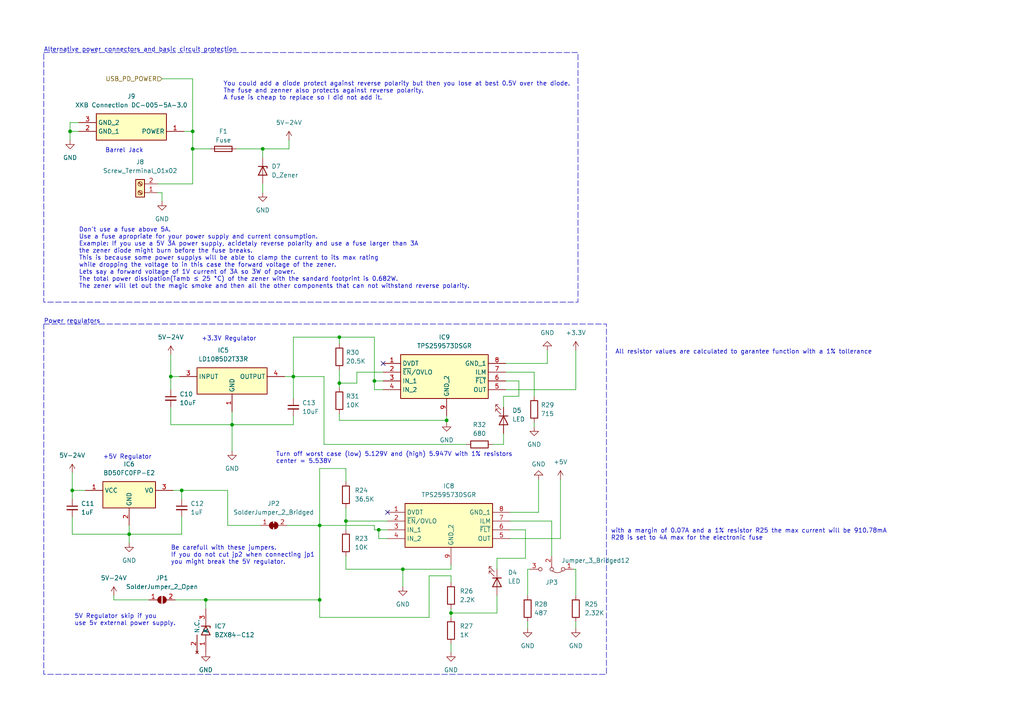
<source format=kicad_sch>
(kicad_sch (version 20230121) (generator eeschema)
  (paper "A4")
  (title_block (title "ESPHome All in One Dev kit"))
  (lib_symbols
    (symbol "ComponentSearch:5V-24V" (power) (pin_names (offset 0))
      (property "Value" "5V-24V" (at 0 3.556 0))
      (symbol "5V-24V_0_1"
        (polyline (pts (xy -0.762 1.27) (xy 0 2.54)))
        (polyline (pts (xy 0 0) (xy 0 2.54)))
        (polyline (pts (xy 0 2.54) (xy 0.762 1.27)))
      )
      (symbol "5V-24V_1_1"
        (pin power_in line (at 0 0 90) (length 0) hide (name "5V-24V") (number "1"))
      )
    )
    (symbol "ComponentSearch:694106301002"
      (property "Reference" "J" (at 26.67 7.62 0))
      (property "Value" "694106301002" (at 26.67 5.08 0))
      (symbol "694106301002_1_1"
        (rectangle (start 5.08 2.54) (end 25.4 -5.08) (stroke (width 0.254)) (fill (type background)))
        (pin power_out line (at 0 0 0) (length 5.08) (name "POWER") (number "1"))
        (pin power_out line (at 30.48 0 180) (length 5.08) (name "GND_1") (number "2"))
        (pin passive line (at 30.48 -2.54 180) (length 5.08) (name "GND_2") (number "3"))
      )
    )
    (symbol "ComponentSearch:BD50FC0FP-E2"
      (property "Reference" "IC" (at 5.08 6.985 0))
      (property "Value" "BD50FC0FP-E2" (at 5.08 4.445 0))
      (symbol "BD50FC0FP-E2_1_1"
        (rectangle (start 5.08 2.54) (end 20.32 -5.08) (stroke (width 0.254)) (fill (type background)))
        (pin passive line (at 0 0 0) (length 5.08) (name "VCC") (number "1"))
        (pin passive line (at 12.7 -10.16 90) (length 5.08) (name "GND") (number "2"))
        (pin power_out line (at 25.4 0 180) (length 5.08) (name "VO") (number "3"))
      )
    )
    (symbol "ComponentSearch:BZX84-C12"
      (property "Reference" "IC7" (at 12.7 7.62 0))
      (property "Value" "BZX84-C12" (at 12.7 5.08 0))
      (symbol "BZX84-C12_0_1"
        (polyline (pts (xy 11.43 -1.27) (xy 11.43 1.27) (xy 11.938 1.27)) (stroke (width 0.254)))
        (polyline (pts (xy 13.97 -1.27) (xy 13.97 1.27) (xy 11.43 0) (xy 13.97 -1.27)) (stroke (width 0.254)))
      )
      (symbol "BZX84-C12_1_1"
        (pin passive line (at 19.05 0 180) (length 5.08) (name "A") (number "1"))
        (pin no_connect line (at 19.05 -2.54 180) (length 5.08) (name "N.C.") (number "2"))
        (pin passive line (at 6.35 0 0) (length 5.08) (name "K") (number "3"))
      )
    )
    (symbol "ComponentSearch:LD1085D2T33R"
      (property "Reference" "IC" (at 8.89 6.985 0))
      (property "Value" "LD1085D2T33R" (at 8.89 4.445 0))
      (symbol "LD1085D2T33R_1_1"
        (rectangle (start 10.16 2.54) (end 30.48 -5.08) (stroke (width 0.254)) (fill (type background)))
        (pin power_in line (at 20.32 -10.16 90) (length 5.08) (name "GND") (number "1"))
        (pin input line (at 5.08 0 0) (length 5.08) (name "INPUT") (number "3"))
        (pin power_out line (at 35.56 0 180) (length 5.08) (name "OUTPUT") (number "4"))
      )
    )
    (symbol "ComponentSearch:TPS259573DSGR"
      (property "Reference" "IC8" (at 17.78 7.62 0))
      (property "Value" "TPS259573DSGR" (at 17.78 5.08 0))
      (symbol "TPS259573DSGR_1_1"
        (rectangle (start 5.08 2.54) (end 30.48 -10.16) (stroke (width 0.254)) (fill (type background)))
        (pin passive line (at 0 0 0) (length 5.08) (name "DVDT") (number "1"))
        (pin passive line (at 0 -2.54 0) (length 5.08) (name "~{EN}/OVLO") (number "2"))
        (pin passive line (at 0 -5.08 0) (length 5.08) (name "IN_1") (number "3"))
        (pin passive line (at 0 -7.62 0) (length 5.08) (name "IN_2") (number "4"))
        (pin passive line (at 35.56 -7.62 180) (length 5.08) (name "OUT") (number "5"))
        (pin passive line (at 35.56 -5.08 180) (length 5.08) (name "~{FLT}") (number "6"))
        (pin passive line (at 35.56 -2.54 180) (length 5.08) (name "ILM") (number "7"))
        (pin passive line (at 35.56 0 180) (length 5.08) (name "GND_1") (number "8"))
        (pin passive line (at 18.415 -15.24 90) (length 5.08) (name "GND_2") (number "9"))
      )
    )
    (symbol "Connector:Screw_Terminal_01x02" (pin_names (offset 1.016) hide)
      (property "Reference" "J" (at 0 2.54 0))
      (property "Value" "Screw_Terminal_01x02" (at 0 -5.08 0))
      (symbol "Screw_Terminal_01x02_1_1"
        (rectangle (start -1.27 1.27) (end 1.27 -3.81) (stroke (width 0.254)) (fill (type background)))
        (circle (center 0 -2.54) (radius 0.635) (stroke (width 0.1524)))
        (polyline (pts (xy -0.5334 -2.2098) (xy 0.3302 -3.048)) (stroke (width 0.1524)))
        (polyline (pts (xy -0.5334 0.3302) (xy 0.3302 -0.508)) (stroke (width 0.1524)))
        (polyline (pts (xy -0.3556 -2.032) (xy 0.508 -2.8702)) (stroke (width 0.1524)))
        (polyline (pts (xy -0.3556 0.508) (xy 0.508 -0.3302)) (stroke (width 0.1524)))
        (circle (center 0 0) (radius 0.635) (stroke (width 0.1524)))
        (pin passive line (at -5.08 0 0) (length 3.81) (name "Pin_1") (number "1"))
        (pin passive line (at -5.08 -2.54 0) (length 3.81) (name "Pin_2") (number "2"))
      )
    )
    (symbol "Device:C_Small" (pin_numbers hide) (pin_names (offset 0.254) hide)
      (property "Reference" "C" (at 0.254 1.778 0))
      (property "Value" "C_Small" (at 0.254 -2.032 0))
      (symbol "C_Small_0_1"
        (polyline (pts (xy -1.524 -0.508) (xy 1.524 -0.508)) (stroke (width 0.3302)))
        (polyline (pts (xy -1.524 0.508) (xy 1.524 0.508)) (stroke (width 0.3048)))
      )
      (symbol "C_Small_1_1"
        (pin passive line (at 0 2.54 270) (length 2.032) (name "~") (number "1"))
        (pin passive line (at 0 -2.54 90) (length 2.032) (name "~") (number "2"))
      )
    )
    (symbol "Device:D_Zener" (pin_numbers hide) (pin_names (offset 1.016) hide)
      (property "Reference" "D" (at 0 2.54 0))
      (property "Value" "D_Zener" (at 0 -2.54 0))
      (symbol "D_Zener_0_1"
        (polyline (pts (xy 1.27 0) (xy -1.27 0)))
        (polyline (pts (xy -1.27 -1.27) (xy -1.27 1.27) (xy -0.762 1.27)) (stroke (width 0.254)))
        (polyline (pts (xy 1.27 -1.27) (xy 1.27 1.27) (xy -1.27 0) (xy 1.27 -1.27)) (stroke (width 0.254)))
      )
      (symbol "D_Zener_1_1"
        (pin passive line (at -3.81 0 0) (length 2.54) (name "K") (number "1"))
        (pin passive line (at 3.81 0 180) (length 2.54) (name "A") (number "2"))
      )
    )
    (symbol "Device:Fuse" (pin_numbers hide) (pin_names (offset 0))
      (property "Reference" "F1" (at 5.08 0 90))
      (property "Value" "Fuse" (at 2.54 0 90))
      (symbol "Fuse_0_1"
        (rectangle (start -0.762 -2.54) (end 0.762 2.54) (stroke (width 0.254)))
        (polyline (pts (xy 0 2.54) (xy 0 -2.54)))
      )
      (symbol "Fuse_1_1"
        (pin power_in line (at 0 3.81 270) (length 1.27) (name "~") (number "1"))
        (pin power_out line (at 0 -3.81 90) (length 1.27) (name "~") (number "2"))
      )
    )
    (symbol "Device:LED" (pin_numbers hide) (pin_names (offset 1.016) hide)
      (property "Reference" "D" (at 0 2.54 0))
      (property "Value" "LED" (at 0 -2.54 0))
      (symbol "LED_0_1"
        (polyline (pts (xy -1.27 -1.27) (xy -1.27 1.27)) (stroke (width 0.254)))
        (polyline (pts (xy -1.27 0) (xy 1.27 0)))
        (polyline (pts (xy 1.27 -1.27) (xy 1.27 1.27) (xy -1.27 0) (xy 1.27 -1.27)) (stroke (width 0.254)))
        (polyline (pts (xy -3.048 -0.762) (xy -4.572 -2.286) (xy -3.81 -2.286) (xy -4.572 -2.286) (xy -4.572 -1.524)))
        (polyline (pts (xy -1.778 -0.762) (xy -3.302 -2.286) (xy -2.54 -2.286) (xy -3.302 -2.286) (xy -3.302 -1.524)))
      )
      (symbol "LED_1_1"
        (pin passive line (at -3.81 0 0) (length 2.54) (name "K") (number "1"))
        (pin passive line (at 3.81 0 180) (length 2.54) (name "A") (number "2"))
      )
    )
    (symbol "Device:R" (pin_numbers hide) (pin_names (offset 0))
      (property "Reference" "R" (at 2.032 0 90))
      (property "Value" "R" (at 0 0 90))
      (symbol "R_0_1"
        (rectangle (start -1.016 -2.54) (end 1.016 2.54) (stroke (width 0.254)))
      )
      (symbol "R_1_1"
        (pin passive line (at 0 3.81 270) (length 1.27) (name "~") (number "1"))
        (pin passive line (at 0 -3.81 90) (length 1.27) (name "~") (number "2"))
      )
    )
    (symbol "Jumper:Jumper_3_Bridged12" (pin_names (offset 0) hide)
      (property "Reference" "JP" (at -2.54 -2.54 0))
      (property "Value" "Jumper_3_Bridged12" (at 0 2.794 0))
      (symbol "Jumper_3_Bridged12_0_0"
        (circle (center -3.302 0) (radius 0.508))
        (circle (center 0 0) (radius 0.508))
        (circle (center 3.302 0) (radius 0.508))
      )
      (symbol "Jumper_3_Bridged12_0_1"
        (arc (start -0.254 0.508) (mid -1.651 0.9912) (end -3.048 0.508))
        (polyline (pts (xy 0 -1.27) (xy 0 -0.508)))
      )
      (symbol "Jumper_3_Bridged12_1_1"
        (pin passive line (at -6.35 0 0) (length 2.54) (name "A") (number "1"))
        (pin passive line (at 0 -3.81 90) (length 2.54) (name "C") (number "2"))
        (pin passive line (at 6.35 0 180) (length 2.54) (name "B") (number "3"))
      )
    )
    (symbol "Jumper:SolderJumper_2_Bridged" (pin_names (offset 0) hide)
      (property "Reference" "JP" (at 0 2.032 0))
      (property "Value" "SolderJumper_2_Bridged" (at 0 -2.54 0))
      (symbol "SolderJumper_2_Bridged_0_1"
        (rectangle (start -0.508 0.508) (end 0.508 -0.508) (fill (type outline)))
        (arc (start -0.254 1.016) (mid -1.2656 0) (end -0.254 -1.016))
        (arc (start -0.254 1.016) (mid -1.2656 0) (end -0.254 -1.016) (fill (type outline)))
        (polyline (pts (xy -0.254 1.016) (xy -0.254 -1.016)))
        (polyline (pts (xy 0.254 1.016) (xy 0.254 -1.016)))
        (arc (start 0.254 -1.016) (mid 1.2656 0) (end 0.254 1.016))
        (arc (start 0.254 -1.016) (mid 1.2656 0) (end 0.254 1.016) (fill (type outline)))
      )
      (symbol "SolderJumper_2_Bridged_1_1"
        (pin passive line (at -3.81 0 0) (length 2.54) (name "A") (number "1"))
        (pin passive line (at 3.81 0 180) (length 2.54) (name "B") (number "2"))
      )
    )
    (symbol "Jumper:SolderJumper_2_Open" (pin_names (offset 0) hide)
      (property "Reference" "JP" (at 0 2.032 0))
      (property "Value" "SolderJumper_2_Open" (at 0 -2.54 0))
      (symbol "SolderJumper_2_Open_0_1"
        (arc (start -0.254 1.016) (mid -1.2656 0) (end -0.254 -1.016))
        (arc (start -0.254 1.016) (mid -1.2656 0) (end -0.254 -1.016) (fill (type outline)))
        (polyline (pts (xy -0.254 1.016) (xy -0.254 -1.016)))
        (polyline (pts (xy 0.254 1.016) (xy 0.254 -1.016)))
        (arc (start 0.254 -1.016) (mid 1.2656 0) (end 0.254 1.016))
        (arc (start 0.254 -1.016) (mid 1.2656 0) (end 0.254 1.016) (fill (type outline)))
      )
      (symbol "SolderJumper_2_Open_1_1"
        (pin passive line (at -3.81 0 0) (length 2.54) (name "A") (number "1"))
        (pin passive line (at 3.81 0 180) (length 2.54) (name "B") (number "2"))
      )
    )
    (symbol "power:+3.3V" (power) (pin_names (offset 0))
      (property "Value" "+3.3V" (at 0 3.556 0))
      (symbol "+3.3V_0_1"
        (polyline (pts (xy -0.762 1.27) (xy 0 2.54)))
        (polyline (pts (xy 0 0) (xy 0 2.54)))
        (polyline (pts (xy 0 2.54) (xy 0.762 1.27)))
      )
      (symbol "+3.3V_1_1"
        (pin power_in line (at 0 0 90) (length 0) hide (name "+3.3V") (number "1"))
      )
    )
    (symbol "power:+5V" (power) (pin_names (offset 0))
      (property "Value" "+5V" (at 0 3.556 0))
      (symbol "+5V_0_1"
        (polyline (pts (xy -0.762 1.27) (xy 0 2.54)))
        (polyline (pts (xy 0 0) (xy 0 2.54)))
        (polyline (pts (xy 0 2.54) (xy 0.762 1.27)))
      )
      (symbol "+5V_1_1"
        (pin power_in line (at 0 0 90) (length 0) hide (name "+5V") (number "1"))
      )
    )
    (symbol "power:GND" (power) (pin_names (offset 0))
      (property "Value" "GND" (at 0 -3.81 0))
      (symbol "GND_0_1"
        (polyline (pts (xy 0 0) (xy 0 -1.27) (xy 1.27 -1.27) (xy 0 -2.54) (xy -1.27 -1.27) (xy 0 -1.27)))
      )
      (symbol "GND_1_1"
        (pin power_in line (at 0 0 270) (length 0) hide (name "GND") (number "1"))
      )
    )
  )
  (junction (at 129.54 121.92))
  (junction (at 92.71 173.99))
  (junction (at 98.425 111.125))
  (junction (at 76.2 43.18))
  (junction (at 49.53 109.22))
  (junction (at 92.71 152.4))
  (junction (at 37.465 154.94))
  (junction (at 108.585 110.49))
  (junction (at 52.705 142.24))
  (junction (at 55.88 38.1))
  (junction (at 98.425 97.79))
  (junction (at 67.31 123.19))
  (junction (at 59.69 173.99))
  (junction (at 20.955 142.24))
  (junction (at 116.84 165.1))
  (junction (at 109.855 153.67))
  (junction (at 85.09 109.22))
  (junction (at 130.81 177.8))
  (junction (at 55.88 43.18))
  (junction (at 100.33 151.13))
  (junction (at 20.32 38.1))
  (no_connect (at 111.125 105.41))
  (no_connect (at 112.395 148.59))
  (wire (pts (xy 103.505 107.95) (xy 103.505 111.125)))
  (wire (pts (xy 147.955 156.21) (xy 162.56 156.21)))
  (wire (pts (xy 146.685 107.95) (xy 154.94 107.95)))
  (wire (pts (xy 98.425 121.92) (xy 129.54 121.92)))
  (wire (pts (xy 130.81 177.8) (xy 130.81 179.07)))
  (wire (pts (xy 147.955 148.59) (xy 156.21 148.59)))
  (wire (pts (xy 103.505 111.125) (xy 98.425 111.125)))
  (wire (pts (xy 112.395 153.67) (xy 109.855 153.67)))
  (wire (pts (xy 20.955 142.24) (xy 24.765 142.24)))
  (wire (pts (xy 83.82 43.18) (xy 76.2 43.18)))
  (wire (pts (xy 85.09 97.79) (xy 98.425 97.79)))
  (wire (pts (xy 111.125 107.95) (xy 103.505 107.95)))
  (wire (pts (xy 50.8 173.99) (xy 59.69 173.99)))
  (wire (pts (xy 100.33 151.13) (xy 100.33 153.67)))
  (wire (pts (xy 130.81 177.8) (xy 144.145 177.8)))
  (wire (pts (xy 52.705 142.24) (xy 52.705 144.78)))
  (wire (pts (xy 49.53 123.19) (xy 67.31 123.19)))
  (wire (pts (xy 146.685 105.41) (xy 158.75 105.41)))
  (wire (pts (xy 100.33 147.32) (xy 100.33 151.13)))
  (wire (pts (xy 92.71 179.07) (xy 92.71 173.99)))
  (wire (pts (xy 20.955 154.94) (xy 37.465 154.94)))
  (wire (pts (xy 49.53 109.22) (xy 52.07 109.22)))
  (wire (pts (xy 130.81 165.1) (xy 116.84 165.1)))
  (wire (pts (xy 146.05 114.935) (xy 146.05 118.11)))
  (wire (pts (xy 98.425 120.015) (xy 98.425 121.92)))
  (wire (pts (xy 20.955 142.24) (xy 20.955 144.78)))
  (wire (pts (xy 20.32 38.1) (xy 22.86 38.1)))
  (wire (pts (xy 85.09 109.22) (xy 85.09 115.57)))
  (wire (pts (xy 111.125 110.49) (xy 108.585 110.49)))
  (wire (pts (xy 142.875 128.905) (xy 146.05 128.905)))
  (wire (pts (xy 167.005 113.03) (xy 167.005 101.6)))
  (wire (pts (xy 68.58 43.18) (xy 76.2 43.18)))
  (wire (pts (xy 55.88 43.18) (xy 60.96 43.18)))
  (wire (pts (xy 152.4 161.925) (xy 152.4 153.67)))
  (wire (pts (xy 67.31 119.38) (xy 67.31 123.19)))
  (wire (pts (xy 45.72 53.34) (xy 55.88 53.34)))
  (wire (pts (xy 130.81 163.83) (xy 130.81 165.1)))
  (wire (pts (xy 85.09 109.22) (xy 93.98 109.22)))
  (wire (pts (xy 108.585 110.49) (xy 108.585 113.03)))
  (wire (pts (xy 75.565 152.4) (xy 66.04 152.4)))
  (wire (pts (xy 20.32 35.56) (xy 22.86 35.56)))
  (wire (pts (xy 93.98 128.905) (xy 135.255 128.905)))
  (wire (pts (xy 154.94 107.95) (xy 154.94 114.935)))
  (wire (pts (xy 66.04 152.4) (xy 66.04 142.24)))
  (wire (pts (xy 20.955 137.16) (xy 20.955 142.24)))
  (wire (pts (xy 100.33 165.1) (xy 116.84 165.1)))
  (wire (pts (xy 55.88 22.86) (xy 55.88 38.1)))
  (wire (pts (xy 100.33 161.29) (xy 100.33 165.1)))
  (wire (pts (xy 100.33 139.7) (xy 100.33 135.89)))
  (wire (pts (xy 154.94 122.555) (xy 154.94 123.825)))
  (wire (pts (xy 46.99 22.86) (xy 55.88 22.86)))
  (wire (pts (xy 160.02 151.13) (xy 160.02 161.29)))
  (wire (pts (xy 124.46 167.005) (xy 124.46 179.07)))
  (wire (pts (xy 129.54 120.65) (xy 129.54 121.92)))
  (wire (pts (xy 109.855 153.67) (xy 109.855 156.21)))
  (wire (pts (xy 100.33 135.89) (xy 92.71 135.89)))
  (wire (pts (xy 76.2 43.18) (xy 76.2 45.72)))
  (wire (pts (xy 52.705 154.94) (xy 37.465 154.94)))
  (wire (pts (xy 55.88 38.1) (xy 55.88 43.18)))
  (wire (pts (xy 144.145 172.72) (xy 144.145 177.8)))
  (wire (pts (xy 33.02 173.99) (xy 43.18 173.99)))
  (wire (pts (xy 108.585 152.4) (xy 108.585 153.67)))
  (wire (pts (xy 76.2 53.34) (xy 76.2 55.88)))
  (wire (pts (xy 146.685 110.49) (xy 150.495 110.49)))
  (wire (pts (xy 129.54 121.92) (xy 129.54 122.555)))
  (wire (pts (xy 130.81 186.69) (xy 130.81 189.23)))
  (wire (pts (xy 85.09 120.65) (xy 85.09 123.19)))
  (wire (pts (xy 49.53 102.87) (xy 49.53 109.22)))
  (wire (pts (xy 130.81 176.53) (xy 130.81 177.8)))
  (wire (pts (xy 82.55 109.22) (xy 85.09 109.22)))
  (wire (pts (xy 92.71 152.4) (xy 108.585 152.4)))
  (wire (pts (xy 108.585 97.79) (xy 98.425 97.79)))
  (wire (pts (xy 20.32 40.64) (xy 20.32 38.1)))
  (wire (pts (xy 116.84 165.1) (xy 116.84 170.18)))
  (wire (pts (xy 98.425 97.79) (xy 98.425 99.695)))
  (wire (pts (xy 85.09 97.79) (xy 85.09 109.22)))
  (wire (pts (xy 98.425 111.125) (xy 98.425 112.395)))
  (wire (pts (xy 153.035 180.34) (xy 153.035 182.245)))
  (wire (pts (xy 20.955 149.86) (xy 20.955 154.94)))
  (wire (pts (xy 108.585 113.03) (xy 111.125 113.03)))
  (wire (pts (xy 92.71 173.99) (xy 59.69 173.99)))
  (wire (pts (xy 153.67 165.1) (xy 153.035 165.1)))
  (wire (pts (xy 130.81 167.005) (xy 124.46 167.005)))
  (wire (pts (xy 83.185 152.4) (xy 92.71 152.4)))
  (wire (pts (xy 144.145 161.925) (xy 152.4 161.925)))
  (wire (pts (xy 46.99 55.88) (xy 46.99 58.42)))
  (wire (pts (xy 158.75 105.41) (xy 158.75 101.6)))
  (wire (pts (xy 147.955 151.13) (xy 160.02 151.13)))
  (wire (pts (xy 20.32 38.1) (xy 20.32 35.56)))
  (wire (pts (xy 109.855 153.67) (xy 108.585 153.67)))
  (wire (pts (xy 59.69 173.99) (xy 59.69 176.53)))
  (wire (pts (xy 150.495 114.935) (xy 150.495 110.49)))
  (wire (pts (xy 167.005 180.34) (xy 167.005 182.245)))
  (wire (pts (xy 156.21 148.59) (xy 156.21 139.065)))
  (wire (pts (xy 98.425 107.315) (xy 98.425 111.125)))
  (wire (pts (xy 92.71 152.4) (xy 92.71 173.99)))
  (wire (pts (xy 93.98 109.22) (xy 93.98 128.905)))
  (wire (pts (xy 52.705 142.24) (xy 66.04 142.24)))
  (wire (pts (xy 92.71 135.89) (xy 92.71 152.4)))
  (wire (pts (xy 33.02 172.72) (xy 33.02 173.99)))
  (wire (pts (xy 100.33 151.13) (xy 112.395 151.13)))
  (wire (pts (xy 37.465 152.4) (xy 37.465 154.94)))
  (wire (pts (xy 167.005 165.1) (xy 167.005 172.72)))
  (wire (pts (xy 45.72 55.88) (xy 46.99 55.88)))
  (wire (pts (xy 150.495 114.935) (xy 146.05 114.935)))
  (wire (pts (xy 49.53 118.11) (xy 49.53 123.19)))
  (wire (pts (xy 37.465 154.94) (xy 37.465 157.48)))
  (wire (pts (xy 49.53 109.22) (xy 49.53 113.03)))
  (wire (pts (xy 83.82 40.64) (xy 83.82 43.18)))
  (wire (pts (xy 147.955 153.67) (xy 152.4 153.67)))
  (wire (pts (xy 162.56 156.21) (xy 162.56 139.065)))
  (wire (pts (xy 53.34 38.1) (xy 55.88 38.1)))
  (wire (pts (xy 50.165 142.24) (xy 52.705 142.24)))
  (wire (pts (xy 144.145 165.1) (xy 144.145 161.925)))
  (wire (pts (xy 108.585 110.49) (xy 108.585 97.79)))
  (wire (pts (xy 124.46 179.07) (xy 92.71 179.07)))
  (wire (pts (xy 153.035 165.1) (xy 153.035 172.72)))
  (wire (pts (xy 55.88 53.34) (xy 55.88 43.18)))
  (wire (pts (xy 130.81 168.91) (xy 130.81 167.005)))
  (wire (pts (xy 146.05 128.905) (xy 146.05 125.73)))
  (wire (pts (xy 85.09 123.19) (xy 67.31 123.19)))
  (wire (pts (xy 67.31 123.19) (xy 67.31 130.81)))
  (wire (pts (xy 109.855 156.21) (xy 112.395 156.21)))
  (wire (pts (xy 146.685 113.03) (xy 167.005 113.03)))
  (wire (pts (xy 166.37 165.1) (xy 167.005 165.1)))
  (wire (pts (xy 52.705 149.86) (xy 52.705 154.94)))
  (rectangle (start 12.7 15.24) (end 167.64 87.63) (stroke (width 0) (type dash)))
  (rectangle (start 12.7 93.98) (end 175.895 195.58) (stroke (width 0) (type dash)))
  (text "Barrel Jack" (at 30.48 44.45 0) (effects (font (size 1.27 1.27)) (justify left bottom)))
  (text "You could add a diode protect against reverse polarity but then you lose at best 0.5V over the diode.\nThe fuse and zenner also protects against reverse polarity.\nA fuse is cheap to replace so I did not add it.\n" (at 64.77 29.21 0) (effects (font (size 1.27 1.27)) (justify left bottom)))
  (text "Alternative power connectors and basic circuit protection" (at 12.7 15.24 0) (effects (font (size 1.27 1.27)) (justify left bottom)))
  (text "+3.3V Regulator" (at 58.42 99.06 0) (effects (font (size 1.27 1.27)) (justify left bottom)))
  (text "All resistor values are calculated to garantee function with a 1% tollerance" (at 178.435 102.87 0) (effects (font (size 1.27 1.27)) (justify left bottom)))
  (text "Power regulators" (at 12.7 93.98 0) (effects (font (size 1.27 1.27)) (justify left bottom)))
  (text "Be carefull with these jumpers.\nIf you do not cut jp2 when connecting jp1\nyou might break the 5V regulator." (at 49.53 163.83 0) (effects (font (size 1.27 1.27)) (justify left bottom)))
  (text "with a margin of 0.07A and a 1% resistor R25 the max current will be 910.78mA\nR28 is set to 4A max for the electronic fuse" (at 177.165 156.845 0) (effects (font (size 1.27 1.27)) (justify left bottom)))
  (text "Turn off worst case (low) 5.129V and (high) 5.947V with 1% resistors\ncenter = 5.538V" (at 80.01 134.62 0) (effects (font (size 1.27 1.27)) (justify left bottom)))
  (text "5V Regulator skip if you \nuse 5v external power supply.\n" (at 21.59 181.61 0) (effects (font (size 1.27 1.27)) (justify left bottom)))
  (text "+5V Regulator" (at 29.845 133.35 0) (effects (font (size 1.27 1.27)) (justify left bottom)))
  (text "Don't use a fuse above 5A.\nUse a fuse apropriate for your power supply and current consumption.\nExample: If you use a 5V 3A power supply, acidetaly reverse polarity and use a fuse larger than 3A\nthe zener diode might burn before the fuse breaks.\nThis is because some power supplys will be able to clamp the current to its max rating \nwhile dropping the voltage to in this case the forward voltage of the zener.\nLets say a forward voltage of 1V current of 3A so 3W of power.\nThe total power dissipation(Tamb ≤ 25 °C) of the zener with the sandard footprint is 0.682W.\nThe zener will let out the magic smoke and then all the other components that can not withstand reverse polarity." (at 22.86 83.82 0) (effects (font (size 1.27 1.27)) (justify left bottom)))
  (hierarchical_label "USB_PD_POWER" (shape input) (at 46.99 22.86 180))
  (symbol (lib_id "ComponentSearch:LD1085D2T33R") (at 46.99 109.22 0) (unit 1)
    (property "Reference" "IC5" (at 64.77 101.6 0))
    (property "Value" "LD1085D2T33R" (at 64.77 104.14 0))
    (property "Footprint" "ComponentSearch:LD1085D2T33R" (effects hide))
    (property "Datasheet" "http://www.st.com/web/en/resource/technical/document/datasheet/CD00001883.pdf" (effects hide))
    (property "Manufacturer_Name" "STMicroelectronics" (effects hide))
    (property "Manufacturer_Part_Number" "LD1085D2T33R" (effects hide))
    (property "Mouser Part Number" "511-LD1085D2T33-TR" (effects hide))
    (property "Mouser Price/Stock" "https://www.mouser.co.uk/ProductDetail/STMicroelectronics/LD1085D2T33R?qs=%252BlpsHQzXjw%252B%2FdNCHtZO2HA%3D%3D" (effects hide))
    (property "Arrow Part Number" "LD1085D2T33R" (effects hide))
    (property "Arrow Price/Stock" "https://www.arrow.com/en/products/ld1085d2t33r/stmicroelectronics?region=nac" (effects hide))
  )
  (symbol (lib_id "power:GND") (at 67.31 130.81 0) (unit 1)
    (property "Reference" "#PWR075" (effects hide))
    (property "Value" "GND" (at 67.31 135.89 0))
  )
  (symbol (lib_id "ComponentSearch:BZX84-C12") (at 59.69 170.18 270) (unit 1)
    (property "Reference" "IC7" (at 62.23 181.61 90) (effects (justify left)))
    (property "Value" "BZX84-C12" (at 62.23 184.15 90) (effects (justify left)))
    (property "Footprint" "ComponentSearch:SOT95P230X110-3N" (effects hide))
    (property "Datasheet" "https://assets.nexperia.com/documents/data-sheet/BZX84_SER.pdf" (effects hide))
    (property "Height" "1.1" (effects hide))
    (property "Manufacturer_Name" "Nexperia" (effects hide))
    (property "Manufacturer_Part_Number" "BZX84-C12" (effects hide))
    (property "Mouser Part Number" "N/A" (effects hide))
    (property "Mouser Price/Stock" "https://www.mouser.co.uk/ProductDetail/Nexperia/BZX84-C12?qs=vHuUswq2%252BsxJg6DRQk2zTw%3D%3D" (effects hide))
  )
  (symbol (lib_id "power:GND") (at 158.75 101.6 180) (unit 1)
    (property "Reference" "#PWR090" (effects hide))
    (property "Value" "GND" (at 158.75 96.52 0))
  )
  (symbol (lib_id "Device:R") (at 167.005 176.53 0) (unit 1)
    (property "Reference" "R25" (at 169.545 175.26 0) (effects (justify left)))
    (property "Value" "2.32K" (at 169.545 177.8 0) (effects (justify left)))
    (property "Footprint" "Resistor_SMD:R_0805_2012Metric" (effects hide))
  )
  (symbol (lib_id "Device:C_Small") (at 20.955 147.32 0) (unit 1)
    (property "Reference" "C11" (at 23.495 146.0563 0) (effects (justify left)))
    (property "Value" "1uF" (at 23.495 148.5963 0) (effects (justify left)))
    (property "Footprint" "Capacitor_SMD:C_0805_2012Metric" (effects hide))
  )
  (symbol (lib_id "Device:R") (at 98.425 103.505 0) (unit 1)
    (property "Reference" "R30" (at 100.33 102.235 0) (effects (justify left)))
    (property "Value" "20.5K" (at 100.33 104.775 0) (effects (justify left)))
    (property "Footprint" "Resistor_SMD:R_0805_2012Metric" (effects hide))
  )
  (symbol (lib_id "ComponentSearch:5V-24V") (at 49.53 102.87 0) (unit 1)
    (property "Reference" "#PWR072" (effects hide))
    (property "Value" "5V-24V" (at 49.53 97.79 0))
  )
  (symbol (lib_id "ComponentSearch:5V-24V") (at 20.955 137.16 0) (unit 1)
    (property "Reference" "#PWR073" (effects hide))
    (property "Value" "5V-24V" (at 20.955 132.08 0))
  )
  (symbol (lib_id "power:+3.3V") (at 167.005 101.6 0) (unit 1)
    (property "Reference" "#PWR080" (effects hide))
    (property "Value" "+3.3V" (at 167.005 96.52 0))
  )
  (symbol (lib_id "power:GND") (at 130.81 189.23 0) (unit 1)
    (property "Reference" "#PWR074" (effects hide))
    (property "Value" "GND" (at 130.81 194.31 0))
  )
  (symbol (lib_id "Device:C_Small") (at 85.09 118.11 0) (unit 1)
    (property "Reference" "C13" (at 87.63 116.8463 0) (effects (justify left)))
    (property "Value" "10uF" (at 87.63 119.3863 0) (effects (justify left)))
    (property "Footprint" "Capacitor_SMD:C_0805_2012Metric" (effects hide))
  )
  (symbol (lib_id "power:GND") (at 156.21 139.065 180) (unit 1)
    (property "Reference" "#PWR065" (effects hide))
    (property "Value" "GND" (at 156.21 134.62 0))
  )
  (symbol (lib_id "Jumper:SolderJumper_2_Open") (at 46.99 173.99 0) (unit 1)
    (property "Reference" "JP1" (at 46.99 167.64 0))
    (property "Value" "SolderJumper_2_Open" (at 46.99 170.18 0))
    (property "Footprint" "Jumper:SolderJumper-2_P1.3mm_Open_TrianglePad1.0x1.5mm" (effects hide))
  )
  (symbol (lib_id "Device:R") (at 139.065 128.905 90) (unit 1)
    (property "Reference" "R32" (at 139.065 123.19 90))
    (property "Value" "680" (at 139.065 125.73 90))
    (property "Footprint" "Resistor_SMD:R_0805_2012Metric" (effects hide))
  )
  (symbol (lib_id "Device:R") (at 98.425 116.205 0) (unit 1)
    (property "Reference" "R31" (at 100.33 114.935 0) (effects (justify left)))
    (property "Value" "10K" (at 100.33 117.475 0) (effects (justify left)))
    (property "Footprint" "Resistor_SMD:R_0805_2012Metric" (effects hide))
  )
  (symbol (lib_id "Device:R") (at 130.81 172.72 0) (unit 1)
    (property "Reference" "R26" (at 133.35 171.45 0) (effects (justify left)))
    (property "Value" "2.2K" (at 133.35 173.99 0) (effects (justify left)))
    (property "Footprint" "Resistor_SMD:R_0805_2012Metric" (effects hide))
  )
  (symbol (lib_id "Device:LED") (at 146.05 121.92 270) (unit 1)
    (property "Reference" "D5" (at 148.59 119.0625 90) (effects (justify left)))
    (property "Value" "LED" (at 148.59 121.6025 90) (effects (justify left)))
    (property "Footprint" "LED_SMD:LED_0805_2012Metric" (effects hide))
  )
  (symbol (lib_id "ComponentSearch:BD50FC0FP-E2") (at 24.765 142.24 0) (unit 1)
    (property "Reference" "IC6" (at 37.465 134.62 0))
    (property "Value" "BD50FC0FP-E2" (at 37.465 137.16 0))
    (property "Footprint" "ComponentSearch:BD50FC0FPE2" (effects hide))
    (property "Datasheet" "https://datasheet.datasheetarchive.com/originals/distributors/DKDS-18/356160.pdf" (effects hide))
    (property "Height" "3" (effects hide))
    (property "Manufacturer_Name" "ROHM Semiconductor" (effects hide))
    (property "Manufacturer_Part_Number" "BD50FC0FP-E2" (effects hide))
    (property "Mouser Part Number" "755-BD50FC0FP-E2" (effects hide))
    (property "Mouser Price/Stock" "https://www.mouser.co.uk/ProductDetail/ROHM-Semiconductor/BD50FC0FP-E2?qs=WHeKGGBt0W8uWVHTPqw4VQ%3D%3D" (effects hide))
  )
  (symbol (lib_id "power:+5V") (at 162.56 139.065 0) (unit 1)
    (property "Reference" "#PWR078" (effects hide))
    (property "Value" "+5V" (at 162.56 133.985 0))
  )
  (symbol (lib_id "Jumper:SolderJumper_2_Bridged") (at 79.375 152.4 0) (unit 1)
    (property "Reference" "JP2" (at 79.375 146.05 0))
    (property "Value" "SolderJumper_2_Bridged" (at 79.375 148.59 0))
    (property "Footprint" "Jumper:SolderJumper-2_P1.3mm_Open_TrianglePad1.0x1.5mm" (effects hide))
  )
  (symbol (lib_id "power:GND") (at 116.84 170.18 0) (unit 1)
    (property "Reference" "#PWR061" (effects hide))
    (property "Value" "GND" (at 116.84 175.26 0))
  )
  (symbol (lib_id "power:GND") (at 59.69 189.23 0) (unit 1)
    (property "Reference" "#PWR056" (effects hide))
    (property "Value" "GND" (at 59.69 194.31 0))
  )
  (symbol (lib_id "Device:D_Zener") (at 76.2 49.53 270) (unit 1)
    (property "Reference" "D7" (at 78.74 48.26 90) (effects (justify left)))
    (property "Value" "D_Zener" (at 78.74 50.8 90) (effects (justify left)))
    (property "Footprint" "ComponentSearch:HPZRC28QX" (effects hide))
  )
  (symbol (lib_id "ComponentSearch:5V-24V") (at 33.02 172.72 0) (unit 1)
    (property "Reference" "#PWR070" (effects hide))
    (property "Value" "5V-24V" (at 33.02 167.64 0))
  )
  (symbol (lib_id "power:GND") (at 154.94 123.825 0) (unit 1)
    (property "Reference" "#PWR089" (effects hide))
    (property "Value" "GND" (at 154.94 128.905 0))
  )
  (symbol (lib_id "power:GND") (at 46.99 58.42 0) (unit 1)
    (property "Reference" "#PWR071" (effects hide))
    (property "Value" "GND" (at 46.99 63.5 0))
  )
  (symbol (lib_id "Device:R") (at 100.33 157.48 0) (unit 1)
    (property "Reference" "R23" (at 102.87 156.21 0) (effects (justify left)))
    (property "Value" "10K" (at 102.87 158.75 0) (effects (justify left)))
    (property "Footprint" "Resistor_SMD:R_0805_2012Metric" (effects hide))
  )
  (symbol (lib_id "Device:Fuse") (at 64.77 43.18 90) (unit 1)
    (property "Reference" "F1" (at 64.77 38.1 90))
    (property "Value" "Fuse" (at 64.77 40.64 90))
    (property "Footprint" "Fuse:Fuseholder_Littelfuse_Nano2_154x" (effects hide))
  )
  (symbol (lib_id "ComponentSearch:TPS259573DSGR") (at 111.125 105.41 0) (unit 1)
    (property "Reference" "IC9" (at 128.905 97.79 0))
    (property "Value" "TPS259573DSGR" (at 128.905 100.33 0))
    (property "Footprint" "ComponentSearch:SON50P200X200X80-9N" (effects hide))
    (property "Datasheet" "http://www.ti.com/general/docs/suppproductinfo.tsp?distId=10&gotoUrl=http%3A%2F%2Fwww.ti.com%2Flit%2Fgpn%2Ftps2595" (effects hide))
    (property "Height" "0.8" (effects hide))
    (property "Manufacturer_Name" "Texas Instruments" (effects hide))
    (property "Manufacturer_Part_Number" "TPS259573DSGR" (effects hide))
    (property "Mouser Part Number" "595-TPS259573DSGR" (effects hide))
    (property "Mouser Price/Stock" "https://www.mouser.co.uk/ProductDetail/Texas-Instruments/TPS259573DSGR?qs=W0yvOO0ixfHmew0cX0IO6w%3D%3D" (effects hide))
    (property "Arrow Part Number" "TPS259573DSGR" (effects hide))
    (property "Arrow Price/Stock" "https://www.arrow.com/en/products/tps259573dsgr/texas-instruments?region=nac" (effects hide))
  )
  (symbol (lib_id "ComponentSearch:TPS259573DSGR") (at 112.395 148.59 0) (unit 1)
    (property "Reference" "IC8" (at 130.175 140.97 0))
    (property "Value" "TPS259573DSGR" (at 130.175 143.51 0))
    (property "Footprint" "ComponentSearch:SON50P200X200X80-9N" (effects hide))
    (property "Datasheet" "http://www.ti.com/general/docs/suppproductinfo.tsp?distId=10&gotoUrl=http%3A%2F%2Fwww.ti.com%2Flit%2Fgpn%2Ftps2595" (effects hide))
    (property "Height" "0.8" (effects hide))
    (property "Manufacturer_Name" "Texas Instruments" (effects hide))
    (property "Manufacturer_Part_Number" "TPS259573DSGR" (effects hide))
    (property "Mouser Part Number" "595-TPS259573DSGR" (effects hide))
    (property "Mouser Price/Stock" "https://www.mouser.co.uk/ProductDetail/Texas-Instruments/TPS259573DSGR?qs=W0yvOO0ixfHmew0cX0IO6w%3D%3D" (effects hide))
    (property "Arrow Part Number" "TPS259573DSGR" (effects hide))
    (property "Arrow Price/Stock" "https://www.arrow.com/en/products/tps259573dsgr/texas-instruments?region=nac" (effects hide))
  )
  (symbol (lib_id "Device:R") (at 130.81 182.88 0) (unit 1)
    (property "Reference" "R27" (at 133.35 181.61 0) (effects (justify left)))
    (property "Value" "1K" (at 133.35 184.15 0) (effects (justify left)))
    (property "Footprint" "Resistor_SMD:R_0805_2012Metric" (effects hide))
  )
  (symbol (lib_id "power:GND") (at 129.54 122.555 0) (unit 1)
    (property "Reference" "#PWR086" (effects hide))
    (property "Value" "GND" (at 129.54 127.635 0))
  )
  (symbol (lib_id "Device:C_Small") (at 49.53 115.57 0) (unit 1)
    (property "Reference" "C10" (at 52.07 114.3063 0) (effects (justify left)))
    (property "Value" "10uF" (at 52.07 116.8463 0) (effects (justify left)))
    (property "Footprint" "Capacitor_SMD:C_0805_2012Metric" (effects hide))
  )
  (symbol (lib_id "Device:LED") (at 144.145 168.91 270) (unit 1)
    (property "Reference" "D4" (at 147.32 166.0525 90) (effects (justify left)))
    (property "Value" "LED" (at 147.32 168.5925 90) (effects (justify left)))
    (property "Footprint" "LED_SMD:LED_0805_2012Metric" (effects hide))
  )
  (symbol (lib_id "ComponentSearch:694106301002") (at 53.34 38.1 180) (unit 1)
    (property "Reference" "J9" (at 38.1 27.94 0))
    (property "Value" "XKB Connection DC-005-5A-3.0" (at 38.1 30.48 0))
    (property "Footprint" "Connector_BarrelJack:BarrelJack_Horizontal" (effects hide))
    (property "Datasheet" "https://datasheet.datasheetarchive.com/originals/distributors/Datasheets_SAMA/1c153bd2ba42bb51bda59ee4cd9765cd.pdf" (effects hide))
    (property "Manufacturer_Name" "Wurth Elektronik" (effects hide))
    (property "Manufacturer_Part_Number" "694106301002" (effects hide))
    (property "Mouser Part Number" "710-694106301002" (effects hide))
    (property "Mouser Price/Stock" "https://www.mouser.co.uk/ProductDetail/Wurth-Elektronik/694106301002?qs=a9WhcLg8qCwOEkcI62k5mA%3D%3D" (effects hide))
  )
  (symbol (lib_id "power:GND") (at 167.005 182.245 0) (unit 1)
    (property "Reference" "#PWR068" (effects hide))
    (property "Value" "GND" (at 167.005 187.325 0))
  )
  (symbol (lib_id "power:GND") (at 37.465 157.48 0) (unit 1)
    (property "Reference" "#PWR076" (effects hide))
    (property "Value" "GND" (at 37.465 162.56 0))
  )
  (symbol (lib_id "Device:R") (at 154.94 118.745 0) (unit 1)
    (property "Reference" "R29" (at 156.845 117.475 0) (effects (justify left)))
    (property "Value" "715" (at 156.845 120.015 0) (effects (justify left)))
    (property "Footprint" "Resistor_SMD:R_0805_2012Metric" (effects hide))
  )
  (symbol (lib_id "power:GND") (at 153.035 182.245 0) (unit 1)
    (property "Reference" "#PWR085" (effects hide))
    (property "Value" "GND" (at 153.035 187.325 0))
  )
  (symbol (lib_id "power:GND") (at 76.2 55.88 0) (unit 1)
    (property "Reference" "#PWR077" (effects hide))
    (property "Value" "GND" (at 76.2 60.96 0))
  )
  (symbol (lib_id "Connector:Screw_Terminal_01x02") (at 40.64 55.88 180) (unit 1)
    (property "Reference" "J8" (at 40.64 46.99 0))
    (property "Value" "Screw_Terminal_01x02" (at 40.64 49.53 0))
    (property "Footprint" "Connector_Phoenix_MSTB:PhoenixContact_MSTBA_2,5_2-G-5,08_1x02_P5.08mm_Horizontal" (effects hide))
  )
  (symbol (lib_id "ComponentSearch:5V-24V") (at 83.82 40.64 0) (unit 1)
    (property "Reference" "#PWR079" (effects hide))
    (property "Value" "5V-24V" (at 83.82 35.56 0))
  )
  (symbol (lib_id "Device:R") (at 153.035 176.53 0) (unit 1)
    (property "Reference" "R28" (at 154.94 175.26 0) (effects (justify left)))
    (property "Value" "487" (at 154.94 177.8 0) (effects (justify left)))
    (property "Footprint" "Resistor_SMD:R_0805_2012Metric" (effects hide))
  )
  (symbol (lib_id "Jumper:Jumper_3_Bridged12") (at 160.02 165.1 180) (unit 1)
    (property "Reference" "JP3" (at 160.02 168.91 0))
    (property "Value" "Jumper_3_Bridged12" (at 172.72 162.56 0))
    (property "Footprint" "Connector_PinHeader_2.54mm:PinHeader_1x03_P2.54mm_Vertical" (effects hide))
  )
  (symbol (lib_id "Device:R") (at 100.33 143.51 0) (unit 1)
    (property "Reference" "R24" (at 102.87 142.24 0) (effects (justify left)))
    (property "Value" "36.5K" (at 102.87 144.78 0) (effects (justify left)))
    (property "Footprint" "Resistor_SMD:R_0805_2012Metric" (effects hide))
  )
  (symbol (lib_id "power:GND") (at 20.32 40.64 0) (unit 1)
    (property "Reference" "#PWR069" (effects hide))
    (property "Value" "GND" (at 20.32 45.72 0))
  )
  (symbol (lib_id "Device:C_Small") (at 52.705 147.32 0) (unit 1)
    (property "Reference" "C12" (at 55.245 146.0563 0) (effects (justify left)))
    (property "Value" "1uF" (at 55.245 148.5963 0) (effects (justify left)))
    (property "Footprint" "Capacitor_SMD:C_0805_2012Metric" (effects hide))
  )
)
</source>
